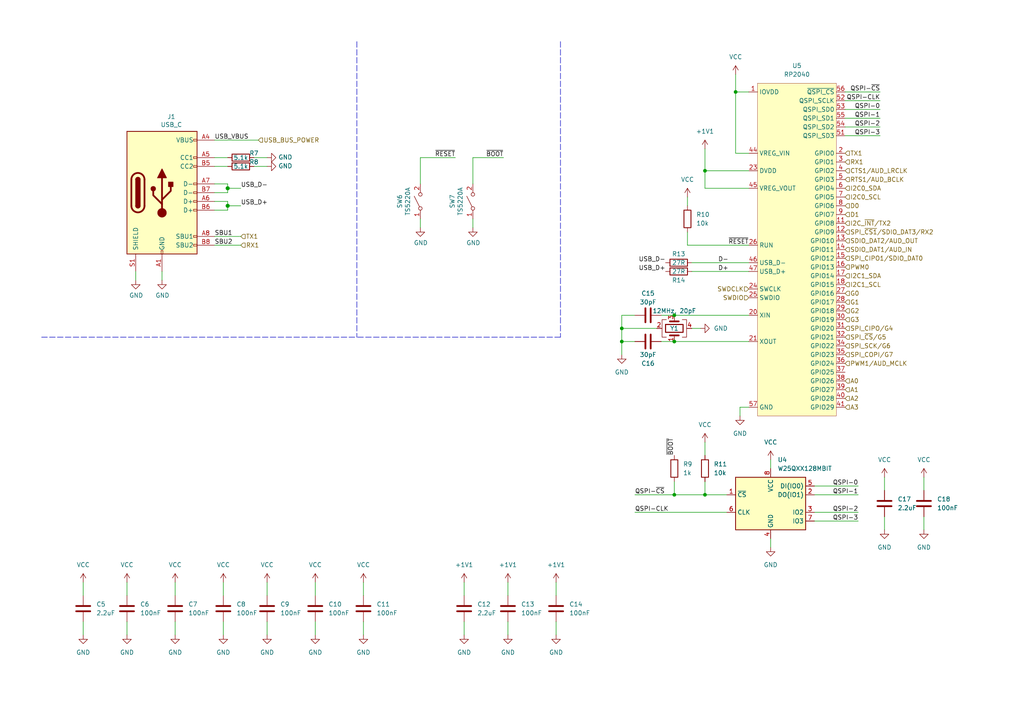
<source format=kicad_sch>
(kicad_sch (version 20241004) (generator "eeschema") (generator_version "8.99")
  (paper "A4")
  (title_block (title "RP2040 base circuit") (date "2023-06-04") (rev "1.1") (comment 1 "CC-BY-SA"))
  (lib_symbols
    (symbol "Device:C" (pin_numbers (hide yes)) (pin_names (offset 0.254))
      (property "Reference" "C" (at 0.635 2.54 0))
      (property "Value" "C" (at 0.635 -2.54 0))
      (symbol "C_0_1"
        (polyline (pts (xy -2.032 0.762) (xy 2.032 0.762)) (stroke (width 0.508)))
        (polyline (pts (xy -2.032 -0.762) (xy 2.032 -0.762)) (stroke (width 0.508)))
      )
      (symbol "C_1_1"
        (pin passive line (at 0 3.81 270) (length 2.794) (name "~") (number "1"))
        (pin passive line (at 0 -3.81 90) (length 2.794) (name "~") (number "2"))
      )
    )
    (symbol "Device:Crystal_GND24" (pin_names (offset 1.016) (hide yes))
      (property "Reference" "Y" (at 3.175 5.08 0))
      (property "Value" "Crystal_GND24" (at 3.175 3.175 0))
      (symbol "Crystal_GND24_0_1"
        (polyline (pts (xy -2.54 2.286) (xy -2.54 3.556) (xy 2.54 3.556) (xy 2.54 2.286)))
        (polyline (pts (xy -2.54 0) (xy -2.032 0)))
        (polyline (pts (xy -2.54 -2.286) (xy -2.54 -3.556) (xy 2.54 -3.556) (xy 2.54 -2.286)))
        (polyline (pts (xy -2.032 -1.27) (xy -2.032 1.27)) (stroke (width 0.508)))
        (rectangle (start -1.143 2.54) (end 1.143 -2.54) (stroke (width 0.3048)))
        (polyline (pts (xy 0 3.556) (xy 0 3.81)))
        (polyline (pts (xy 0 -3.81) (xy 0 -3.556)))
        (polyline (pts (xy 2.032 0) (xy 2.54 0)))
        (polyline (pts (xy 2.032 -1.27) (xy 2.032 1.27)) (stroke (width 0.508)))
      )
      (symbol "Crystal_GND24_1_1"
        (pin passive line (at -3.81 0 0) (length 1.27) (name "1") (number "1"))
        (pin passive line (at 0 5.08 270) (length 1.27) (name "2") (number "2"))
        (pin passive line (at 0 -5.08 90) (length 1.27) (name "4") (number "4"))
        (pin passive line (at 3.81 0 180) (length 1.27) (name "3") (number "3"))
      )
    )
    (symbol "Device:R" (pin_numbers (hide yes)) (pin_names (offset 0))
      (property "Reference" "R" (at 2.032 0 90))
      (property "Value" "R" (at 0 0 90))
      (symbol "R_0_1"
        (rectangle (start -1.016 -2.54) (end 1.016 2.54) (stroke (width 0.254)))
      )
      (symbol "R_1_1"
        (pin passive line (at 0 3.81 270) (length 1.27) (name "~") (number "1"))
        (pin passive line (at 0 -3.81 90) (length 1.27) (name "~") (number "2"))
      )
    )
    (symbol "MCU_RaspberryPi:RP2040"
      (property "Reference" "U" (at 11.43 1.27 0))
      (property "Value" "RP2040" (at 0 -97.79 0))
      (symbol "RP2040_0_0"
        (pin power_in line (at -13.97 -2.54 0) (length 2.54) (name "IOVDD") (number "1"))
        (pin passive line (at -13.97 -2.54 0) (length 2.54) (hide yes) (name "IOVDD") (number "10"))
        (pin bidirectional line (at 13.97 -20.32 180) (length 2.54) (name "GPIO0") (number "2"))
        (pin bidirectional line (at 13.97 -22.86 180) (length 2.54) (name "GPIO1") (number "3"))
        (pin bidirectional line (at 13.97 -25.4 180) (length 2.54) (name "GPIO2") (number "4"))
        (pin bidirectional line (at 13.97 -27.94 180) (length 2.54) (name "GPIO3") (number "5"))
        (pin bidirectional line (at 13.97 -30.48 180) (length 2.54) (name "GPIO4") (number "6"))
        (pin bidirectional line (at 13.97 -33.02 180) (length 2.54) (name "GPIO5") (number "7"))
        (pin bidirectional line (at 13.97 -35.56 180) (length 2.54) (name "GPIO6") (number "8"))
        (pin bidirectional line (at 13.97 -38.1 180) (length 2.54) (name "GPIO7") (number "9"))
        (pin bidirectional line (at 13.97 -40.64 180) (length 2.54) (name "GPIO8") (number "11"))
      )
      (symbol "RP2040_0_1"
        (rectangle (start -11.43 0) (end 11.43 -96.52) (stroke (width 0.001)) (fill (type background)))
      )
      (symbol "RP2040_1_1"
        (pin passive line (at -13.97 -2.54 0) (length 2.54) (hide yes) (name "IOVDD") (number "22"))
        (pin passive line (at -13.97 -2.54 0) (length 2.54) (hide yes) (name "IOVDD") (number "33"))
        (pin passive line (at -13.97 -2.54 0) (length 2.54) (hide yes) (name "IOVDD") (number "42"))
        (pin passive line (at -13.97 -2.54 0) (length 2.54) (hide yes) (name "ADC_AVDD") (number "43"))
        (pin passive line (at -13.97 -2.54 0) (length 2.54) (hide yes) (name "USB_VDD") (number "48"))
        (pin passive line (at -13.97 -2.54 0) (length 2.54) (hide yes) (name "IOVDD") (number "49"))
        (pin power_in line (at -13.97 -20.32 0) (length 2.54) (name "VREG_VIN") (number "44"))
        (pin power_in line (at -13.97 -25.4 0) (length 2.54) (name "DVDD") (number "23"))
        (pin passive line (at -13.97 -25.4 0) (length 2.54) (hide yes) (name "DVDD") (number "50"))
        (pin power_out line (at -13.97 -30.48 0) (length 2.54) (name "VREG_VOUT") (number "45"))
        (pin input line (at -13.97 -46.99 0) (length 2.54) (name "RUN") (number "26"))
        (pin bidirectional line (at -13.97 -52.07 0) (length 2.54) (name "USB_D-") (number "46"))
        (pin bidirectional line (at -13.97 -54.61 0) (length 2.54) (name "USB_D+") (number "47"))
        (pin input line (at -13.97 -59.69 0) (length 2.54) (name "SWCLK") (number "24"))
        (pin bidirectional line (at -13.97 -62.23 0) (length 2.54) (name "SWDIO") (number "25"))
        (pin input line (at -13.97 -67.31 0) (length 2.54) (name "XIN") (number "20"))
        (pin output line (at -13.97 -74.93 0) (length 2.54) (name "XOUT") (number "21"))
        (pin passive line (at -13.97 -93.98 0) (length 2.54) (hide yes) (name "TESTEN") (number "19"))
        (pin power_in line (at -13.97 -93.98 0) (length 2.54) (name "GND") (number "57"))
        (pin input line (at 13.97 -2.54 180) (length 2.54) (name "~{QSPI_CS}") (number "56"))
        (pin output line (at 13.97 -5.08 180) (length 2.54) (name "QSPI_SCLK") (number "52"))
        (pin bidirectional line (at 13.97 -7.62 180) (length 2.54) (name "QSPI_SD0") (number "53"))
        (pin bidirectional line (at 13.97 -10.16 180) (length 2.54) (name "QSPI_SD1") (number "55"))
        (pin bidirectional line (at 13.97 -12.7 180) (length 2.54) (name "QSPI_SD2") (number "54"))
        (pin bidirectional line (at 13.97 -15.24 180) (length 2.54) (name "QSPI_SD3") (number "51"))
        (pin bidirectional line (at 13.97 -43.18 180) (length 2.54) (name "GPIO9") (number "12"))
        (pin bidirectional line (at 13.97 -45.72 180) (length 2.54) (name "GPIO10") (number "13"))
        (pin bidirectional line (at 13.97 -48.26 180) (length 2.54) (name "GPIO11") (number "14"))
        (pin bidirectional line (at 13.97 -50.8 180) (length 2.54) (name "GPIO12") (number "15"))
        (pin bidirectional line (at 13.97 -53.34 180) (length 2.54) (name "GPIO13") (number "16"))
        (pin bidirectional line (at 13.97 -55.88 180) (length 2.54) (name "GPIO14") (number "17"))
        (pin bidirectional line (at 13.97 -58.42 180) (length 2.54) (name "GPIO15") (number "18"))
        (pin bidirectional line (at 13.97 -60.96 180) (length 2.54) (name "GPIO16") (number "27"))
        (pin bidirectional line (at 13.97 -63.5 180) (length 2.54) (name "GPIO17") (number "28"))
        (pin bidirectional line (at 13.97 -66.04 180) (length 2.54) (name "GPIO18") (number "29"))
        (pin bidirectional line (at 13.97 -68.58 180) (length 2.54) (name "GPIO19") (number "30"))
        (pin bidirectional line (at 13.97 -71.12 180) (length 2.54) (name "GPIO20") (number "31"))
        (pin bidirectional line (at 13.97 -73.66 180) (length 2.54) (name "GPIO21") (number "32"))
        (pin bidirectional line (at 13.97 -76.2 180) (length 2.54) (name "GPIO22") (number "34"))
        (pin bidirectional line (at 13.97 -78.74 180) (length 2.54) (name "GPIO23") (number "35"))
        (pin bidirectional line (at 13.97 -81.28 180) (length 2.54) (name "GPIO24") (number "36"))
        (pin bidirectional line (at 13.97 -83.82 180) (length 2.54) (name "GPIO25") (number "37"))
        (pin bidirectional line (at 13.97 -86.36 180) (length 2.54) (name "GPIO26") (number "38"))
        (pin bidirectional line (at 13.97 -88.9 180) (length 2.54) (name "GPIO27") (number "39"))
        (pin bidirectional line (at 13.97 -91.44 180) (length 2.54) (name "GPIO28") (number "40"))
        (pin bidirectional line (at 13.97 -93.98 180) (length 2.54) (name "GPIO29") (number "41"))
      )
    )
    (symbol "Memory_Flash:W25Q128JVS"
      (property "Reference" "U" (at -8.89 8.89 0))
      (property "Value" "W25Q128JVS" (at 7.62 8.89 0))
      (symbol "W25Q128JVS_0_1"
        (rectangle (start -10.16 7.62) (end 10.16 -7.62) (stroke (width 0.254)) (fill (type background)))
      )
      (symbol "W25Q128JVS_1_1"
        (pin input line (at -12.7 2.54 0) (length 2.54) (name "~{CS}") (number "1"))
        (pin input line (at -12.7 -2.54 0) (length 2.54) (name "CLK") (number "6"))
        (pin power_in line (at 0 10.16 270) (length 2.54) (name "VCC") (number "8"))
        (pin power_in line (at 0 -10.16 90) (length 2.54) (name "GND") (number "4"))
        (pin bidirectional line (at 12.7 5.08 180) (length 2.54) (name "DI(IO0)") (number "5"))
        (pin bidirectional line (at 12.7 2.54 180) (length 2.54) (name "DO(IO1)") (number "2"))
        (pin bidirectional line (at 12.7 -2.54 180) (length 2.54) (name "IO2") (number "3"))
        (pin bidirectional line (at 12.7 -5.08 180) (length 2.54) (name "IO3") (number "7"))
      )
    )
    (symbol "Switch:SW_SPST" (pin_names (offset 0) (hide yes))
      (property "Reference" "SW" (at 0 3.175 0))
      (property "Value" "SW_SPST" (at 0 -2.54 0))
      (symbol "SW_SPST_0_0"
        (circle (center -2.032 0) (radius 0.508))
        (polyline (pts (xy -1.524 0.254) (xy 1.524 1.778)))
        (circle (center 2.032 0) (radius 0.508))
      )
      (symbol "SW_SPST_1_1"
        (pin passive line (at -5.08 0 0) (length 2.54) (name "A") (number "1"))
        (pin passive line (at 5.08 0 180) (length 2.54) (name "B") (number "2"))
      )
    )
    (symbol "charliedistance-rescue:R-device" (pin_numbers (hide yes)) (pin_names (offset 0))
      (property "Reference" "R" (at 2.032 0 90))
      (property "Value" "R-device" (at 0 0 90))
      (symbol "R-device_0_1"
        (rectangle (start -1.016 -2.54) (end 1.016 2.54) (stroke (width 0.254)))
      )
      (symbol "R-device_1_1"
        (pin passive line (at 0 3.81 270) (length 1.27) (name "~") (number "1"))
        (pin passive line (at 0 -3.81 90) (length 1.27) (name "~") (number "2"))
      )
    )
    (symbol "charliedistance-rescue:USB_C_Receptacle_USB2.0-Connector" (pin_names (offset 1.016))
      (property "Reference" "J" (at -10.16 19.05 0))
      (property "Value" "USB_C_Receptacle_USB2.0-Connector" (at 19.05 19.05 0))
      (symbol "USB_C_Receptacle_USB2.0-Connector_0_0"
        (rectangle (start -0.254 -17.78) (end 0.254 -16.764))
        (rectangle (start 10.16 15.494) (end 9.144 14.986))
        (rectangle (start 10.16 10.414) (end 9.144 9.906))
        (rectangle (start 10.16 7.874) (end 9.144 7.366))
        (rectangle (start 10.16 2.794) (end 9.144 2.286))
        (rectangle (start 10.16 0.254) (end 9.144 -0.254))
        (rectangle (start 10.16 -2.286) (end 9.144 -2.794))
        (rectangle (start 10.16 -4.826) (end 9.144 -5.334))
        (rectangle (start 10.16 -12.446) (end 9.144 -12.954))
        (rectangle (start 10.16 -14.986) (end 9.144 -15.494))
      )
      (symbol "USB_C_Receptacle_USB2.0-Connector_0_1"
        (rectangle (start -10.16 17.78) (end 10.16 -17.78) (stroke (width 0.254)) (fill (type background)))
        (polyline (pts (xy -8.89 -3.81) (xy -8.89 3.81)) (stroke (width 0.508)))
        (rectangle (start -7.62 -3.81) (end -6.35 3.81) (stroke (width 0.254)) (fill (type outline)))
        (arc (start -7.62 3.81) (mid -6.985 4.4423) (end -6.35 3.81) (stroke (width 0.254)))
        (arc (start -7.62 3.81) (mid -6.985 4.4423) (end -6.35 3.81) (stroke (width 0.254)) (fill (type outline)))
        (arc (start -8.89 3.81) (mid -6.985 5.7067) (end -5.08 3.81) (stroke (width 0.508)))
        (arc (start -5.08 -3.81) (mid -6.985 -5.7067) (end -8.89 -3.81) (stroke (width 0.508)))
        (arc (start -6.35 -3.81) (mid -6.985 -4.4423) (end -7.62 -3.81) (stroke (width 0.254)) (fill (type outline)))
        (arc (start -6.35 -3.81) (mid -6.985 -4.4423) (end -7.62 -3.81) (stroke (width 0.254)))
        (polyline (pts (xy -5.08 3.81) (xy -5.08 -3.81)) (stroke (width 0.508)))
        (circle (center -2.54 1.143) (radius 0.635) (stroke (width 0.254)) (fill (type outline)))
        (polyline (pts (xy -1.27 4.318) (xy 0 6.858) (xy 1.27 4.318) (xy -1.27 4.318)) (stroke (width 0.254)) (fill (type outline)))
        (polyline (pts (xy 0 -2.032) (xy 2.54 0.508) (xy 2.54 1.778)) (stroke (width 0.508)))
        (polyline (pts (xy 0 -3.302) (xy -2.54 -0.762) (xy -2.54 0.508)) (stroke (width 0.508)))
        (circle (center 0 -5.842) (radius 1.27) (fill (type outline)))
        (polyline (pts (xy 0 -5.842) (xy 0 4.318)) (stroke (width 0.508)))
        (rectangle (start 1.905 1.778) (end 3.175 3.048) (stroke (width 0.254)) (fill (type outline)))
      )
      (symbol "USB_C_Receptacle_USB2.0-Connector_1_1"
        (pin passive line (at -7.62 -22.86 90) (length 5.08) (name "SHIELD") (number "S1"))
        (pin power_in line (at 0 -22.86 90) (length 5.08) (name "GND") (number "A1"))
        (pin passive line (at 0 -22.86 90) (length 5.08) (hide yes) (name "GND") (number "A12"))
        (pin passive line (at 0 -22.86 90) (length 5.08) (hide yes) (name "GND") (number "B1"))
        (pin passive line (at 0 -22.86 90) (length 5.08) (hide yes) (name "GND") (number "B12"))
        (pin power_in line (at 15.24 15.24 180) (length 5.08) (name "VBUS") (number "A4"))
        (pin passive line (at 15.24 15.24 180) (length 5.08) (hide yes) (name "VBUS") (number "A9"))
        (pin passive line (at 15.24 15.24 180) (length 5.08) (hide yes) (name "VBUS") (number "B4"))
        (pin passive line (at 15.24 15.24 180) (length 5.08) (hide yes) (name "VBUS") (number "B9"))
        (pin bidirectional line (at 15.24 10.16 180) (length 5.08) (name "CC1") (number "A5"))
        (pin bidirectional line (at 15.24 7.62 180) (length 5.08) (name "CC2") (number "B5"))
        (pin bidirectional line (at 15.24 2.54 180) (length 5.08) (name "D-") (number "A7"))
        (pin bidirectional line (at 15.24 0 180) (length 5.08) (name "D-") (number "B7"))
        (pin bidirectional line (at 15.24 -2.54 180) (length 5.08) (name "D+") (number "A6"))
        (pin bidirectional line (at 15.24 -5.08 180) (length 5.08) (name "D+") (number "B6"))
        (pin bidirectional line (at 15.24 -12.7 180) (length 5.08) (name "SBU1") (number "A8"))
        (pin bidirectional line (at 15.24 -15.24 180) (length 5.08) (name "SBU2") (number "B8"))
      )
    )
    (symbol "power:+1V1" (power) (pin_names (offset 0))
      (property "Value" "+1V1" (at 0 3.556 0))
      (symbol "+1V1_0_1"
        (polyline (pts (xy -0.762 1.27) (xy 0 2.54)))
        (polyline (pts (xy 0 2.54) (xy 0.762 1.27)))
        (polyline (pts (xy 0 0) (xy 0 2.54)))
      )
      (symbol "+1V1_1_1"
        (pin power_in line (at 0 0 90) (length 0) (hide yes) (name "+1V1") (number "1"))
      )
    )
    (symbol "power:GND" (power) (pin_names (offset 0))
      (property "Value" "GND" (at 0 -3.81 0))
      (symbol "GND_0_1"
        (polyline (pts (xy 0 0) (xy 0 -1.27) (xy 1.27 -1.27) (xy 0 -2.54) (xy -1.27 -1.27) (xy 0 -1.27)))
      )
      (symbol "GND_1_1"
        (pin power_in line (at 0 0 270) (length 0) (hide yes) (name "GND") (number "1"))
      )
    )
    (symbol "power:VCC" (power) (pin_names (offset 0))
      (property "Value" "VCC" (at 0 3.81 0))
      (symbol "VCC_0_1"
        (polyline (pts (xy -0.762 1.27) (xy 0 2.54)))
        (polyline (pts (xy 0 2.54) (xy 0.762 1.27)))
        (polyline (pts (xy 0 0) (xy 0 2.54)))
      )
      (symbol "VCC_1_1"
        (pin power_in line (at 0 0 90) (length 0) (hide yes) (name "VCC") (number "1"))
      )
    )
  )
  (junction (at 195.58 99.06))
  (junction (at 66.04 59.69) (diameter 1.016))
  (junction (at 195.58 143.51))
  (junction (at 180.34 99.06))
  (junction (at 180.34 95.25))
  (junction (at 204.47 49.53))
  (junction (at 213.36 26.67))
  (junction (at 195.58 91.44))
  (junction (at 66.04 54.61) (diameter 1.016))
  (junction (at 204.47 143.51))
  (wire (pts (xy 66.04 60.96) (xy 62.23 60.96)))
  (wire (pts (xy 256.54 149.86) (xy 256.54 153.67)))
  (wire (pts (xy 195.58 99.06) (xy 217.17 99.06)))
  (wire (pts (xy 161.29 168.91) (xy 161.29 172.72)))
  (wire (pts (xy 256.54 138.43) (xy 256.54 142.24)))
  (wire (pts (xy 147.32 180.34) (xy 147.32 184.15)))
  (wire (pts (xy 105.41 180.34) (xy 105.41 184.15)))
  (wire (pts (xy 223.52 133.35) (xy 223.52 135.89)))
  (wire (pts (xy 217.17 71.12) (xy 199.39 71.12)))
  (wire (pts (xy 184.15 143.51) (xy 195.58 143.51)))
  (wire (pts (xy 62.23 58.42) (xy 66.04 58.42)))
  (wire (pts (xy 217.17 44.45) (xy 213.36 44.45)))
  (wire (pts (xy 66.04 54.61) (xy 66.04 55.88)))
  (wire (pts (xy 213.36 21.59) (xy 213.36 26.67)))
  (wire (pts (xy 245.11 31.75) (xy 255.27 31.75)))
  (wire (pts (xy 62.23 68.58) (xy 69.85 68.58)))
  (wire (pts (xy 66.04 53.34) (xy 66.04 54.61)))
  (wire (pts (xy 62.23 53.34) (xy 66.04 53.34)))
  (wire (pts (xy 245.11 36.83) (xy 255.27 36.83)))
  (wire (pts (xy 50.8 168.91) (xy 50.8 172.72)))
  (wire (pts (xy 134.62 180.34) (xy 134.62 184.15)))
  (wire (pts (xy 199.39 57.15) (xy 199.39 59.69)))
  (wire (pts (xy 204.47 43.18) (xy 204.47 49.53)))
  (polyline (pts (xy 162.56 12.065) (xy 162.56 97.79)) (stroke (width 0) (type dash)))
  (wire (pts (xy 200.66 76.2) (xy 217.17 76.2)))
  (wire (pts (xy 134.62 168.91) (xy 134.62 172.72)))
  (wire (pts (xy 214.63 118.11) (xy 214.63 120.65)))
  (wire (pts (xy 180.34 99.06) (xy 180.34 102.87)))
  (wire (pts (xy 77.47 48.26) (xy 73.66 48.26)))
  (wire (pts (xy 210.82 148.59) (xy 184.15 148.59)))
  (wire (pts (xy 121.92 45.72) (xy 121.92 53.34)))
  (wire (pts (xy 137.16 63.5) (xy 137.16 66.04)))
  (wire (pts (xy 77.47 168.91) (xy 77.47 172.72)))
  (wire (pts (xy 210.82 143.51) (xy 204.47 143.51)))
  (wire (pts (xy 24.13 168.91) (xy 24.13 172.72)))
  (wire (pts (xy 184.15 99.06) (xy 180.34 99.06)))
  (wire (pts (xy 137.16 45.72) (xy 137.16 53.34)))
  (wire (pts (xy 236.22 143.51) (xy 248.92 143.51)))
  (wire (pts (xy 204.47 143.51) (xy 195.58 143.51)))
  (wire (pts (xy 91.44 168.91) (xy 91.44 172.72)))
  (wire (pts (xy 91.44 180.34) (xy 91.44 184.15)))
  (wire (pts (xy 217.17 54.61) (xy 204.47 54.61)))
  (wire (pts (xy 74.93 40.64) (xy 62.23 40.64)))
  (wire (pts (xy 223.52 156.21) (xy 223.52 158.75)))
  (wire (pts (xy 161.29 180.34) (xy 161.29 184.15)))
  (wire (pts (xy 180.34 95.25) (xy 190.5 95.25)))
  (wire (pts (xy 36.83 180.34) (xy 36.83 184.15)))
  (wire (pts (xy 62.23 71.12) (xy 69.85 71.12)))
  (wire (pts (xy 62.23 45.72) (xy 66.04 45.72)))
  (wire (pts (xy 245.11 26.67) (xy 255.27 26.67)))
  (wire (pts (xy 204.47 128.27) (xy 204.47 132.08)))
  (wire (pts (xy 236.22 148.59) (xy 248.92 148.59)))
  (wire (pts (xy 236.22 140.97) (xy 248.92 140.97)))
  (wire (pts (xy 66.04 58.42) (xy 66.04 59.69)))
  (wire (pts (xy 267.97 138.43) (xy 267.97 142.24)))
  (polyline (pts (xy 12.065 97.79) (xy 103.505 97.79)) (stroke (width 0) (type dash)))
  (wire (pts (xy 66.04 59.69) (xy 69.85 59.69)))
  (wire (pts (xy 180.34 95.25) (xy 180.34 99.06)))
  (wire (pts (xy 200.66 78.74) (xy 217.17 78.74)))
  (wire (pts (xy 64.77 168.91) (xy 64.77 172.72)))
  (wire (pts (xy 180.34 91.44) (xy 180.34 95.25)))
  (wire (pts (xy 217.17 118.11) (xy 214.63 118.11)))
  (wire (pts (xy 66.04 55.88) (xy 62.23 55.88)))
  (wire (pts (xy 64.77 180.34) (xy 64.77 184.15)))
  (wire (pts (xy 195.58 91.44) (xy 217.17 91.44)))
  (wire (pts (xy 147.32 168.91) (xy 147.32 172.72)))
  (wire (pts (xy 36.83 168.91) (xy 36.83 172.72)))
  (wire (pts (xy 66.04 59.69) (xy 66.04 60.96)))
  (wire (pts (xy 191.77 91.44) (xy 195.58 91.44)))
  (wire (pts (xy 267.97 149.86) (xy 267.97 153.67)))
  (wire (pts (xy 245.11 39.37) (xy 255.27 39.37)))
  (wire (pts (xy 204.47 139.7) (xy 204.47 143.51)))
  (wire (pts (xy 77.47 180.34) (xy 77.47 184.15)))
  (wire (pts (xy 73.66 45.72) (xy 77.47 45.72)))
  (wire (pts (xy 132.08 45.72) (xy 121.92 45.72)))
  (wire (pts (xy 46.99 78.74) (xy 46.99 81.28)))
  (wire (pts (xy 245.11 29.21) (xy 255.27 29.21)))
  (wire (pts (xy 24.13 180.34) (xy 24.13 184.15)))
  (wire (pts (xy 199.39 71.12) (xy 199.39 67.31)))
  (wire (pts (xy 137.16 45.72) (xy 146.05 45.72)))
  (wire (pts (xy 39.37 78.74) (xy 39.37 81.28)))
  (wire (pts (xy 62.23 48.26) (xy 66.04 48.26)))
  (wire (pts (xy 184.15 91.44) (xy 180.34 91.44)))
  (wire (pts (xy 121.92 63.5) (xy 121.92 66.04)))
  (wire (pts (xy 105.41 168.91) (xy 105.41 172.72)))
  (wire (pts (xy 217.17 26.67) (xy 213.36 26.67)))
  (wire (pts (xy 204.47 49.53) (xy 204.47 54.61)))
  (wire (pts (xy 200.66 95.25) (xy 203.2 95.25)))
  (polyline (pts (xy 162.56 97.79) (xy 103.505 97.79)) (stroke (width 0) (type dash)))
  (wire (pts (xy 204.47 49.53) (xy 217.17 49.53)))
  (wire (pts (xy 66.04 54.61) (xy 69.85 54.61)))
  (wire (pts (xy 213.36 44.45) (xy 213.36 26.67)))
  (wire (pts (xy 50.8 180.34) (xy 50.8 184.15)))
  (wire (pts (xy 245.11 34.29) (xy 255.27 34.29)))
  (wire (pts (xy 236.22 151.13) (xy 248.92 151.13)))
  (wire (pts (xy 195.58 139.7) (xy 195.58 143.51)))
  (polyline (pts (xy 103.505 12.065) (xy 103.505 97.79)) (stroke (width 0) (type dash)))
  (wire (pts (xy 191.77 99.06) (xy 195.58 99.06)))
  (label "QSPI-~{CS}" (at 255.27 26.67 180))
  (label "USB_D+" (at 193.04 78.74 180))
  (label "USB_VBUS" (at 62.23 40.64 0))
  (label "QSPI-1" (at 248.92 143.51 180))
  (label "USB_D+" (at 69.85 59.69 0))
  (label "QSPI-2" (at 248.92 148.59 180))
  (label "QSPI-3" (at 248.92 151.13 180))
  (label "~{BOOT}" (at 146.05 45.72 180))
  (label "QSPI-~{CS}" (at 184.15 143.51 0))
  (label "~{BOOT}" (at 195.58 132.08 90))
  (label "D+" (at 208.28 78.74 0))
  (label "QSPI-0" (at 248.92 140.97 180))
  (label "SBU2" (at 62.23 71.12 0))
  (label "QSPI-0" (at 255.27 31.75 180))
  (label "SBU1" (at 62.23 68.58 0))
  (label "~{RESET}" (at 132.08 45.72 180))
  (label "USB_D-" (at 69.85 54.61 0))
  (label "QSPI-2" (at 255.27 36.83 180))
  (label "D-" (at 208.28 76.2 0))
  (label "~{RESET}" (at 217.17 71.12 180))
  (label "QSPI-1" (at 255.27 34.29 180))
  (label "QSPI-3" (at 255.27 39.37 180))
  (label "QSPI-CLK" (at 184.15 148.59 0))
  (label "USB_D-" (at 193.04 76.2 180))
  (label "QSPI-CLK" (at 255.27 29.21 180))
  (hierarchical_label "D1" (shape input) (at 245.11 62.23 0))
  (hierarchical_label "SPI_SCK{slash}G6" (shape input) (at 245.11 100.33 0))
  (hierarchical_label "SPI_~{CS}{slash}G5" (shape input) (at 245.11 97.79 0))
  (hierarchical_label "TX1" (shape input) (at 245.11 44.45 0))
  (hierarchical_label "A3" (shape input) (at 245.11 118.11 0))
  (hierarchical_label "SPI_COPI{slash}G7" (shape input) (at 245.11 102.87 0))
  (hierarchical_label "D0" (shape input) (at 245.11 59.69 0))
  (hierarchical_label "I2C1_SDA" (shape input) (at 245.11 80.01 0))
  (hierarchical_label "I2C0_SCL" (shape input) (at 245.11 57.15 0))
  (hierarchical_label "RTS1{slash}AUD_BCLK" (shape input) (at 245.11 52.07 0))
  (hierarchical_label "USB_BUS_POWER" (shape input) (at 74.93 40.64 0))
  (hierarchical_label "A0" (shape input) (at 245.11 110.49 0))
  (hierarchical_label "SPI_CIPO1{slash}SDIO_DAT0" (shape input) (at 245.11 74.93 0))
  (hierarchical_label "I2C_~{INT}{slash}TX2" (shape input) (at 245.11 64.77 0))
  (hierarchical_label "A1" (shape input) (at 245.11 113.03 0))
  (hierarchical_label "PWM1{slash}AUD_MCLK" (shape input) (at 245.11 105.41 0))
  (hierarchical_label "G3" (shape input) (at 245.11 92.71 0))
  (hierarchical_label "SPI_CIPO{slash}G4" (shape input) (at 245.11 95.25 0))
  (hierarchical_label "TX1" (shape input) (at 69.85 68.58 0))
  (hierarchical_label "A2" (shape input) (at 245.11 115.57 0))
  (hierarchical_label "CTS1{slash}AUD_LRCLK" (shape input) (at 245.11 49.53 0))
  (hierarchical_label "SDIO_DAT1{slash}AUD_IN" (shape input) (at 245.11 72.39 0))
  (hierarchical_label "SDIO_DAT2{slash}AUD_OUT" (shape input) (at 245.11 69.85 0))
  (hierarchical_label "SPI_~{CS1}{slash}SDIO_DAT3{slash}RX2" (shape input) (at 245.11 67.31 0))
  (hierarchical_label "SWDIO" (shape input) (at 217.17 86.36 180))
  (hierarchical_label "RX1" (shape input) (at 69.85 71.12 0))
  (hierarchical_label "G1" (shape input) (at 245.11 87.63 0))
  (hierarchical_label "I2C0_SDA" (shape input) (at 245.11 54.61 0))
  (hierarchical_label "G0" (shape input) (at 245.11 85.09 0))
  (hierarchical_label "SWDCLK" (shape input) (at 217.17 83.82 180))
  (hierarchical_label "I2C1_SCL" (shape input) (at 245.11 82.55 0))
  (hierarchical_label "G2" (shape input) (at 245.11 90.17 0))
  (hierarchical_label "RX1" (shape input) (at 245.11 46.99 0))
  (hierarchical_label "PWM0" (shape input) (at 245.11 77.47 0))
  (symbol (lib_id "Switch:SW_SPST") (at 121.92 58.42 90) (unit 1)
    (property "Reference" "SW6" (at 115.951 58.42 0))
    (property "Value" "TS5220A" (at 118.2624 58.42 0))
    (property "Footprint" "Button_Switch_SMD:SW_SPST_TL3342" (effects (hide yes)))
    (instances (project "nfc_reader" (path "" (reference "SW6") (unit 1))) (project "nfc_reader" (path "" (reference "SW3") (unit 1))))
  )
  (symbol (lib_id "power:VCC") (at 24.13 168.91 0) (unit 1)
    (property "Reference" "#PWR0112" (effects (hide yes)))
    (property "Value" "VCC" (at 24.13 163.83 0))
    (instances (project "nfc_reader" (path "" (reference "#PWR0112") (unit 1))) (project "nfc_reader" (path "" (reference "#PWR019") (unit 1))))
  )
  (symbol (lib_id "Switch:SW_SPST") (at 137.16 58.42 90) (unit 1)
    (property "Reference" "SW7" (at 131.191 58.42 0))
    (property "Value" "TS5220A" (at 133.5024 58.42 0))
    (property "Footprint" "Button_Switch_SMD:SW_SPST_TL3342" (effects (hide yes)))
    (instances (project "nfc_reader" (path "" (reference "SW7") (unit 1))) (project "nfc_reader" (path "" (reference "SW4") (unit 1))))
  )
  (symbol (lib_id "power:GND") (at 24.13 184.15 0) (unit 1)
    (property "Reference" "#PWR022" (effects (hide yes)))
    (property "Value" "GND" (at 24.13 189.23 0))
    (instances (project "nfc_reader" (path "" (reference "#PWR022") (unit 1))) (project "nfc_reader" (path "" (reference "#PWR020") (unit 1))))
  )
  (symbol (lib_id "Device:C") (at 161.29 176.53 0) (unit 1)
    (property "Reference" "C14" (at 165.1 175.2599 0) (effects (justify left)))
    (property "Value" "100nF" (at 165.1 177.7999 0) (effects (justify left)))
    (property "Footprint" "Capacitor_SMD:C_0603_1608Metric" (effects (hide yes)))
    (instances (project "nfc_reader" (path "" (reference "C14") (unit 1))) (project "nfc_reader" (path "" (reference "C20") (unit 1))))
  )
  (symbol (lib_id "power:GND") (at 134.62 184.15 0) (unit 1)
    (property "Reference" "#PWR043" (effects (hide yes)))
    (property "Value" "GND" (at 134.62 189.23 0))
    (instances (project "nfc_reader" (path "" (reference "#PWR043") (unit 1))) (project "nfc_reader" (path "" (reference "#PWR039") (unit 1))))
  )
  (symbol (lib_id "Device:R") (at 199.39 63.5 0) (unit 1)
    (property "Reference" "R10" (at 201.93 62.2299 0) (effects (justify left)))
    (property "Value" "10k" (at 201.93 64.7699 0) (effects (justify left)))
    (property "Footprint" "Resistor_SMD:R_0603_1608Metric" (effects (hide yes)))
    (instances (project "nfc_reader" (path "" (reference "R10") (unit 1))) (project "nfc_reader" (path "" (reference "R16") (unit 1))))
  )
  (symbol (lib_id "Device:C") (at 24.13 176.53 0) (unit 1)
    (property "Reference" "C5" (at 27.94 175.2599 0) (effects (justify left)))
    (property "Value" "2.2uF" (at 27.94 177.7999 0) (effects (justify left)))
    (property "Footprint" "Capacitor_SMD:C_0603_1608Metric" (effects (hide yes)))
    (instances (project "nfc_reader" (path "" (reference "C5") (unit 1))) (project "nfc_reader" (path "" (reference "C11") (unit 1))))
  )
  (symbol (lib_id "power:VCC") (at 36.83 168.91 0) (unit 1)
    (property "Reference" "#PWR0113" (effects (hide yes)))
    (property "Value" "VCC" (at 36.83 163.83 0))
    (instances (project "nfc_reader" (path "" (reference "#PWR0113") (unit 1))) (project "nfc_reader" (path "" (reference "#PWR021") (unit 1))))
  )
  (symbol (lib_id "power:+1V1") (at 147.32 168.91 0) (unit 1)
    (property "Reference" "#PWR045" (effects (hide yes)))
    (property "Value" "+1V1" (at 147.32 163.83 0))
    (instances (project "nfc_reader" (path "" (reference "#PWR045") (unit 1))) (project "nfc_reader" (path "" (reference "#PWR041") (unit 1))))
  )
  (symbol (lib_id "power:VCC") (at 204.47 128.27 0) (unit 1)
    (property "Reference" "#PWR0103" (effects (hide yes)))
    (property "Value" "VCC" (at 204.47 123.19 0))
    (instances (project "nfc_reader" (path "" (reference "#PWR0103") (unit 1))) (project "nfc_reader" (path "" (reference "#PWR049") (unit 1))))
  )
  (symbol (lib_id "charliedistance-rescue:R-device") (at 69.85 48.26 270) (unit 1)
    (property "Reference" "R8" (at 73.66 46.99 90))
    (property "Value" "5.1k" (at 69.85 48.26 90))
    (property "Footprint" "Resistor_SMD:R_0603_1608Metric" (effects (hide yes)))
    (instances (project "nfc_reader" (path "" (reference "R8") (unit 1))) (project "nfc_reader" (path "" (reference "R12") (unit 1))))
  )
  (symbol (lib_id "power:GND") (at 137.16 66.04 0) (unit 1)
    (property "Reference" "#PWR044" (effects (hide yes)))
    (property "Value" "GND" (at 137.287 70.4342 0))
    (instances (project "nfc_reader" (path "" (reference "#PWR044") (unit 1))) (project "nfc_reader" (path "" (reference "#PWR040") (unit 1))))
  )
  (symbol (lib_id "Device:C") (at 105.41 176.53 0) (unit 1)
    (property "Reference" "C11" (at 109.22 175.2599 0) (effects (justify left)))
    (property "Value" "100nF" (at 109.22 177.7999 0) (effects (justify left)))
    (property "Footprint" "Capacitor_SMD:C_0603_1608Metric" (effects (hide yes)))
    (instances (project "nfc_reader" (path "" (reference "C11") (unit 1))) (project "nfc_reader" (path "" (reference "C17") (unit 1))))
  )
  (symbol (lib_id "power:+1V1") (at 161.29 168.91 0) (unit 1)
    (property "Reference" "#PWR047" (effects (hide yes)))
    (property "Value" "+1V1" (at 161.29 163.83 0))
    (instances (project "nfc_reader" (path "" (reference "#PWR047") (unit 1))) (project "nfc_reader" (path "" (reference "#PWR043") (unit 1))))
  )
  (symbol (lib_id "power:GND") (at 267.97 153.67 0) (unit 1)
    (property "Reference" "#PWR061" (effects (hide yes)))
    (property "Value" "GND" (at 267.97 158.75 0))
    (instances (project "nfc_reader" (path "" (reference "#PWR061") (unit 1))) (project "nfc_reader" (path "" (reference "#PWR057") (unit 1))))
  )
  (symbol (lib_id "power:VCC") (at 199.39 57.15 0) (unit 1)
    (property "Reference" "#PWR0101" (effects (hide yes)))
    (property "Value" "VCC" (at 199.39 52.07 0))
    (instances (project "nfc_reader" (path "" (reference "#PWR0101") (unit 1))) (project "nfc_reader" (path "" (reference "#PWR046") (unit 1))))
  )
  (symbol (lib_id "Device:R") (at 196.85 76.2 90) (unit 1)
    (property "Reference" "R13" (at 196.85 73.66 90))
    (property "Value" "27R" (at 196.85 76.2 90))
    (property "Footprint" "Resistor_SMD:R_0603_1608Metric" (effects (hide yes)))
    (instances (project "nfc_reader" (path "" (reference "R13") (unit 1))) (project "nfc_reader" (path "" (reference "R14") (unit 1))))
  )
  (symbol (lib_id "power:+1V1") (at 134.62 168.91 0) (unit 1)
    (property "Reference" "#PWR042" (effects (hide yes)))
    (property "Value" "+1V1" (at 134.62 163.83 0))
    (instances (project "nfc_reader" (path "" (reference "#PWR042") (unit 1))) (project "nfc_reader" (path "" (reference "#PWR038") (unit 1))))
  )
  (symbol (lib_id "power:VCC") (at 77.47 168.91 0) (unit 1)
    (property "Reference" "#PWR0108" (effects (hide yes)))
    (property "Value" "VCC" (at 77.47 163.83 0))
    (instances (project "nfc_reader" (path "" (reference "#PWR0108") (unit 1))) (project "nfc_reader" (path "" (reference "#PWR031") (unit 1))))
  )
  (symbol (lib_id "power:GND") (at 91.44 184.15 0) (unit 1)
    (property "Reference" "#PWR038" (effects (hide yes)))
    (property "Value" "GND" (at 91.44 189.23 0))
    (instances (project "nfc_reader" (path "" (reference "#PWR038") (unit 1))) (project "nfc_reader" (path "" (reference "#PWR034") (unit 1))))
  )
  (symbol (lib_id "charliedistance-rescue:USB_C_Receptacle_USB2.0-Connector") (at 46.99 55.88 0) (unit 1)
    (property "Reference" "J1" (at 49.7078 33.8582 0))
    (property "Value" "USB_C" (at 49.7078 36.1696 0))
    (property "Footprint" "Connector_USB:USB_C_Receptacle_XKB_U262-16XN-4BVC11" (effects (hide yes)))
    (property "Datasheet" "https://www.usb.org/sites/default/files/documents/usb_type-c.zip" (effects (hide yes)))
    (instances (project "nfc_reader" (path "" (reference "J1") (unit 1))) (project "nfc_reader" (path "" (reference "J3") (unit 1))))
  )
  (symbol (lib_id "power:GND") (at 214.63 120.65 0) (unit 1)
    (property "Reference" "#PWR055" (effects (hide yes)))
    (property "Value" "GND" (at 214.63 125.73 0))
    (instances (project "nfc_reader" (path "" (reference "#PWR055") (unit 1))) (project "nfc_reader" (path "" (reference "#PWR051") (unit 1))))
  )
  (symbol (lib_id "Device:C") (at 64.77 176.53 0) (unit 1)
    (property "Reference" "C8" (at 68.58 175.2599 0) (effects (justify left)))
    (property "Value" "100nF" (at 68.58 177.7999 0) (effects (justify left)))
    (property "Footprint" "Capacitor_SMD:C_0603_1608Metric" (effects (hide yes)))
    (instances (project "nfc_reader" (path "" (reference "C8") (unit 1))) (project "nfc_reader" (path "" (reference "C14") (unit 1))))
  )
  (symbol (lib_id "power:GND") (at 36.83 184.15 0) (unit 1)
    (property "Reference" "#PWR024" (effects (hide yes)))
    (property "Value" "GND" (at 36.83 189.23 0))
    (instances (project "nfc_reader" (path "" (reference "#PWR024") (unit 1))) (project "nfc_reader" (path "" (reference "#PWR022") (unit 1))))
  )
  (symbol (lib_id "Device:C") (at 187.96 91.44 90) (unit 1)
    (property "Reference" "C15" (at 187.96 85.09 90))
    (property "Value" "30pF" (at 187.96 87.63 90))
    (property "Footprint" "Capacitor_SMD:C_0603_1608Metric" (effects (hide yes)))
    (instances (project "nfc_reader" (path "" (reference "C15") (unit 1))) (project "nfc_reader" (path "" (reference "C21") (unit 1))))
  )
  (symbol (lib_id "Device:Crystal_GND24") (at 195.58 95.25 90) (unit 1)
    (property "Reference" "Y1" (at 195.58 95.25 90))
    (property "Value" "12MHz, 20pF" (at 195.58 90.17 90))
    (property "Footprint" "Crystal:Crystal_SMD_5032-4Pin_5.0x3.2mm" (effects (hide yes)))
  )
  (symbol (lib_id "Device:C") (at 267.97 146.05 0) (unit 1)
    (property "Reference" "C18" (at 271.78 144.7799 0) (effects (justify left)))
    (property "Value" "100nF" (at 271.78 147.3199 0) (effects (justify left)))
    (property "Footprint" "Capacitor_SMD:C_0603_1608Metric" (effects (hide yes)))
    (instances (project "nfc_reader" (path "" (reference "C18") (unit 1))) (project "nfc_reader" (path "" (reference "C24") (unit 1))))
  )
  (symbol (lib_id "power:GND") (at 77.47 45.72 90) (unit 1)
    (property "Reference" "#PWR033" (effects (hide yes)))
    (property "Value" "GND" (at 80.7212 45.593 90) (effects (justify right)))
    (instances (project "nfc_reader" (path "" (reference "#PWR033") (unit 1))) (project "nfc_reader" (path "" (reference "#PWR029") (unit 1))))
  )
  (symbol (lib_id "Device:C") (at 36.83 176.53 0) (unit 1)
    (property "Reference" "C6" (at 40.64 175.2599 0) (effects (justify left)))
    (property "Value" "100nF" (at 40.64 177.7999 0) (effects (justify left)))
    (property "Footprint" "Capacitor_SMD:C_0603_1608Metric" (effects (hide yes)))
    (instances (project "nfc_reader" (path "" (reference "C6") (unit 1))) (project "nfc_reader" (path "" (reference "C12") (unit 1))))
  )
  (symbol (lib_id "power:VCC") (at 105.41 168.91 0) (unit 1)
    (property "Reference" "#PWR0111" (effects (hide yes)))
    (property "Value" "VCC" (at 105.41 163.83 0))
    (instances (project "nfc_reader" (path "" (reference "#PWR0111") (unit 1))) (project "nfc_reader" (path "" (reference "#PWR035") (unit 1))))
  )
  (symbol (lib_id "power:GND") (at 256.54 153.67 0) (unit 1)
    (property "Reference" "#PWR059" (effects (hide yes)))
    (property "Value" "GND" (at 256.54 158.75 0))
    (instances (project "nfc_reader" (path "" (reference "#PWR059") (unit 1))) (project "nfc_reader" (path "" (reference "#PWR055") (unit 1))))
  )
  (symbol (lib_id "power:VCC") (at 91.44 168.91 0) (unit 1)
    (property "Reference" "#PWR0109" (effects (hide yes)))
    (property "Value" "VCC" (at 91.44 163.83 0))
    (instances (project "nfc_reader" (path "" (reference "#PWR0109") (unit 1))) (project "nfc_reader" (path "" (reference "#PWR033") (unit 1))))
  )
  (symbol (lib_id "power:GND") (at 50.8 184.15 0) (unit 1)
    (property "Reference" "#PWR028" (effects (hide yes)))
    (property "Value" "GND" (at 50.8 189.23 0))
    (instances (project "nfc_reader" (path "" (reference "#PWR028") (unit 1))) (project "nfc_reader" (path "" (reference "#PWR026") (unit 1))))
  )
  (symbol (lib_id "Memory_Flash:W25Q128JVS") (at 223.52 146.05 0) (unit 1)
    (property "Reference" "U4" (at 225.5394 133.35 0) (effects (justify left)))
    (property "Value" "W25QXX128MBIT" (at 225.5394 135.89 0) (effects (justify left)))
    (property "Footprint" "Package_SO:SOIC-8_5.23x5.23mm_P1.27mm" (effects (hide yes)))
    (property "Datasheet" "http://www.winbond.com/resource-files/w25q128jv_dtr%20revc%2003272018%20plus.pdf" (effects (hide yes)))
    (instances (project "nfc_reader" (path "" (reference "U4") (unit 1))) (project "nfc_reader" (path "" (reference "U3") (unit 1))))
  )
  (symbol (lib_id "power:VCC") (at 64.77 168.91 0) (unit 1)
    (property "Reference" "#PWR0107" (effects (hide yes)))
    (property "Value" "VCC" (at 64.77 163.83 0))
    (instances (project "nfc_reader" (path "" (reference "#PWR0107") (unit 1))) (project "nfc_reader" (path "" (reference "#PWR027") (unit 1))))
  )
  (symbol (lib_id "power:GND") (at 46.99 81.28 0) (unit 1)
    (property "Reference" "#PWR026" (effects (hide yes)))
    (property "Value" "GND" (at 47.117 85.6742 0))
    (instances (project "nfc_reader" (path "" (reference "#PWR026") (unit 1))) (project "nfc_reader" (path "" (reference "#PWR024") (unit 1))))
  )
  (symbol (lib_id "power:GND") (at 147.32 184.15 0) (unit 1)
    (property "Reference" "#PWR046" (effects (hide yes)))
    (property "Value" "GND" (at 147.32 189.23 0))
    (instances (project "nfc_reader" (path "" (reference "#PWR046") (unit 1))) (project "nfc_reader" (path "" (reference "#PWR042") (unit 1))))
  )
  (symbol (lib_id "power:VCC") (at 223.52 133.35 0) (unit 1)
    (property "Reference" "#PWR0104" (effects (hide yes)))
    (property "Value" "VCC" (at 223.52 128.27 0))
    (instances (project "nfc_reader" (path "" (reference "#PWR0104") (unit 1))) (project "nfc_reader" (path "" (reference "#PWR052") (unit 1))))
  )
  (symbol (lib_id "Device:C") (at 147.32 176.53 0) (unit 1)
    (property "Reference" "C13" (at 151.13 175.2599 0) (effects (justify left)))
    (property "Value" "100nF" (at 151.13 177.7999 0) (effects (justify left)))
    (property "Footprint" "Capacitor_SMD:C_0603_1608Metric" (effects (hide yes)))
    (instances (project "nfc_reader" (path "" (reference "C13") (unit 1))) (project "nfc_reader" (path "" (reference "C19") (unit 1))))
  )
  (symbol (lib_id "power:GND") (at 180.34 102.87 0) (unit 1)
    (property "Reference" "#PWR049" (effects (hide yes)))
    (property "Value" "GND" (at 180.34 107.95 0))
    (instances (project "nfc_reader" (path "" (reference "#PWR049") (unit 1))) (project "nfc_reader" (path "" (reference "#PWR045") (unit 1))))
  )
  (symbol (lib_id "power:GND") (at 105.41 184.15 0) (unit 1)
    (property "Reference" "#PWR040" (effects (hide yes)))
    (property "Value" "GND" (at 105.41 189.23 0))
    (instances (project "nfc_reader" (path "" (reference "#PWR040") (unit 1))) (project "nfc_reader" (path "" (reference "#PWR036") (unit 1))))
  )
  (symbol (lib_id "Device:R") (at 204.47 135.89 0) (unit 1)
    (property "Reference" "R11" (at 207.01 134.6199 0) (effects (justify left)))
    (property "Value" "10k" (at 207.01 137.1599 0) (effects (justify left)))
    (property "Footprint" "Resistor_SMD:R_0603_1608Metric" (effects (hide yes)))
    (instances (project "nfc_reader" (path "" (reference "R11") (unit 1))) (project "nfc_reader" (path "" (reference "R17") (unit 1))))
  )
  (symbol (lib_id "power:GND") (at 39.37 81.28 0) (unit 1)
    (property "Reference" "#PWR025" (effects (hide yes)))
    (property "Value" "GND" (at 39.497 85.6742 0))
    (instances (project "nfc_reader" (path "" (reference "#PWR025") (unit 1))) (project "nfc_reader" (path "" (reference "#PWR023") (unit 1))))
  )
  (symbol (lib_id "power:GND") (at 121.92 66.04 0) (unit 1)
    (property "Reference" "#PWR041" (effects (hide yes)))
    (property "Value" "GND" (at 122.047 70.4342 0))
    (instances (project "nfc_reader" (path "" (reference "#PWR041") (unit 1))) (project "nfc_reader" (path "" (reference "#PWR037") (unit 1))))
  )
  (symbol (lib_id "power:GND") (at 203.2 95.25 90) (unit 1)
    (property "Reference" "#PWR051" (effects (hide yes)))
    (property "Value" "GND" (at 207.01 95.2499 90) (effects (justify right)))
    (instances (project "nfc_reader" (path "" (reference "#PWR051") (unit 1))) (project "nfc_reader" (path "" (reference "#PWR047") (unit 1))))
  )
  (symbol (lib_id "Device:R") (at 195.58 135.89 0) (unit 1)
    (property "Reference" "R9" (at 198.12 134.6199 0) (effects (justify left)))
    (property "Value" "1k" (at 198.12 137.1599 0) (effects (justify left)))
    (property "Footprint" "Resistor_SMD:R_0603_1608Metric" (effects (hide yes)))
    (instances (project "nfc_reader" (path "" (reference "R9") (unit 1))) (project "nfc_reader" (path "" (reference "R13") (unit 1))))
  )
  (symbol (lib_id "power:GND") (at 223.52 158.75 0) (unit 1)
    (property "Reference" "#PWR057" (effects (hide yes)))
    (property "Value" "GND" (at 223.52 163.83 0))
    (instances (project "nfc_reader" (path "" (reference "#PWR057") (unit 1))) (project "nfc_reader" (path "" (reference "#PWR053") (unit 1))))
  )
  (symbol (lib_id "MCU_RaspberryPi:RP2040") (at 231.14 24.13 0) (unit 1)
    (property "Reference" "U5" (at 231.14 19.05 0))
    (property "Value" "RP2040" (at 231.14 21.59 0))
    (property "Footprint" "Package_DFN_QFN_Extra:QFN-56_EP_7x7_Pitch0.4mm" (effects (hide yes)))
    (property "Datasheet" "https://datasheets.raspberrypi.org/rp2040/rp2040_datasheet.pdf" (effects (hide yes)))
    (instances (project "nfc_reader" (path "" (reference "U5") (unit 1))) (project "nfc_reader" (path "" (reference "U4") (unit 1))))
  )
  (symbol (lib_id "power:VCC") (at 256.54 138.43 0) (unit 1)
    (property "Reference" "#PWR0105" (effects (hide yes)))
    (property "Value" "VCC" (at 256.54 133.35 0))
    (instances (project "nfc_reader" (path "" (reference "#PWR0105") (unit 1))) (project "nfc_reader" (path "" (reference "#PWR054") (unit 1))))
  )
  (symbol (lib_id "power:GND") (at 77.47 184.15 0) (unit 1)
    (property "Reference" "#PWR036" (effects (hide yes)))
    (property "Value" "GND" (at 77.47 189.23 0))
    (instances (project "nfc_reader" (path "" (reference "#PWR036") (unit 1))) (project "nfc_reader" (path "" (reference "#PWR032") (unit 1))))
  )
  (symbol (lib_id "power:GND") (at 77.47 48.26 90) (unit 1)
    (property "Reference" "#PWR034" (effects (hide yes)))
    (property "Value" "GND" (at 80.7212 48.133 90) (effects (justify right)))
    (instances (project "nfc_reader" (path "" (reference "#PWR034") (unit 1))) (project "nfc_reader" (path "" (reference "#PWR030") (unit 1))))
  )
  (symbol (lib_id "Device:C") (at 256.54 146.05 0) (unit 1)
    (property "Reference" "C17" (at 260.35 144.7799 0) (effects (justify left)))
    (property "Value" "2.2uF" (at 260.35 147.3199 0) (effects (justify left)))
    (property "Footprint" "Capacitor_SMD:C_0603_1608Metric" (effects (hide yes)))
    (instances (project "nfc_reader" (path "" (reference "C17") (unit 1))) (project "nfc_reader" (path "" (reference "C23") (unit 1))))
  )
  (symbol (lib_id "Device:C") (at 134.62 176.53 0) (unit 1)
    (property "Reference" "C12" (at 138.43 175.2599 0) (effects (justify left)))
    (property "Value" "2.2uF" (at 138.43 177.7999 0) (effects (justify left)))
    (property "Footprint" "Capacitor_SMD:C_0603_1608Metric" (effects (hide yes)))
    (instances (project "nfc_reader" (path "" (reference "C12") (unit 1))) (project "nfc_reader" (path "" (reference "C18") (unit 1))))
  )
  (symbol (lib_id "Device:R") (at 196.85 78.74 90) (unit 1)
    (property "Reference" "R14" (at 196.85 81.28 90))
    (property "Value" "27R" (at 196.85 78.74 90))
    (property "Footprint" "Resistor_SMD:R_0603_1608Metric" (effects (hide yes)))
    (instances (project "nfc_reader" (path "" (reference "R14") (unit 1))) (project "nfc_reader" (path "" (reference "R15") (unit 1))))
  )
  (symbol (lib_id "power:VCC") (at 50.8 168.91 0) (unit 1)
    (property "Reference" "#PWR0110" (effects (hide yes)))
    (property "Value" "VCC" (at 50.8 163.83 0))
    (instances (project "nfc_reader" (path "" (reference "#PWR0110") (unit 1))) (project "nfc_reader" (path "" (reference "#PWR025") (unit 1))))
  )
  (symbol (lib_id "power:VCC") (at 213.36 21.59 0) (unit 1)
    (property "Reference" "#PWR0102" (effects (hide yes)))
    (property "Value" "VCC" (at 213.36 16.51 0))
    (instances (project "nfc_reader" (path "" (reference "#PWR0102") (unit 1))) (project "nfc_reader" (path "" (reference "#PWR050") (unit 1))))
  )
  (symbol (lib_id "Device:C") (at 50.8 176.53 0) (unit 1)
    (property "Reference" "C7" (at 54.61 175.2599 0) (effects (justify left)))
    (property "Value" "100nF" (at 54.61 177.7999 0) (effects (justify left)))
    (property "Footprint" "Capacitor_SMD:C_0603_1608Metric" (effects (hide yes)))
    (instances (project "nfc_reader" (path "" (reference "C7") (unit 1))) (project "nfc_reader" (path "" (reference "C13") (unit 1))))
  )
  (symbol (lib_id "Device:C") (at 77.47 176.53 0) (unit 1)
    (property "Reference" "C9" (at 81.28 175.2599 0) (effects (justify left)))
    (property "Value" "100nF" (at 81.28 177.7999 0) (effects (justify left)))
    (property "Footprint" "Capacitor_SMD:C_0603_1608Metric" (effects (hide yes)))
    (instances (project "nfc_reader" (path "" (reference "C9") (unit 1))) (project "nfc_reader" (path "" (reference "C15") (unit 1))))
  )
  (symbol (lib_id "Device:C") (at 187.96 99.06 90) (unit 1)
    (property "Reference" "C16" (at 187.96 105.41 90))
    (property "Value" "30pF" (at 187.96 102.87 90))
    (property "Footprint" "Capacitor_SMD:C_0603_1608Metric" (effects (hide yes)))
    (instances (project "nfc_reader" (path "" (reference "C16") (unit 1))) (project "nfc_reader" (path "" (reference "C22") (unit 1))))
  )
  (symbol (lib_id "Device:C") (at 91.44 176.53 0) (unit 1)
    (property "Reference" "C10" (at 95.25 175.2599 0) (effects (justify left)))
    (property "Value" "100nF" (at 95.25 177.7999 0) (effects (justify left)))
    (property "Footprint" "Capacitor_SMD:C_0603_1608Metric" (effects (hide yes)))
    (instances (project "nfc_reader" (path "" (reference "C10") (unit 1))) (project "nfc_reader" (path "" (reference "C16") (unit 1))))
  )
  (symbol (lib_id "power:GND") (at 64.77 184.15 0) (unit 1)
    (property "Reference" "#PWR030" (effects (hide yes)))
    (property "Value" "GND" (at 64.77 189.23 0))
    (instances (project "nfc_reader" (path "" (reference "#PWR030") (unit 1))) (project "nfc_reader" (path "" (reference "#PWR028") (unit 1))))
  )
  (symbol (lib_id "power:GND") (at 161.29 184.15 0) (unit 1)
    (property "Reference" "#PWR048" (effects (hide yes)))
    (property "Value" "GND" (at 161.29 189.23 0))
    (instances (project "nfc_reader" (path "" (reference "#PWR048") (unit 1))) (project "nfc_reader" (path "" (reference "#PWR044") (unit 1))))
  )
  (symbol (lib_id "power:+1V1") (at 204.47 43.18 0) (unit 1)
    (property "Reference" "#PWR052" (effects (hide yes)))
    (property "Value" "+1V1" (at 204.47 38.1 0))
    (instances (project "nfc_reader" (path "" (reference "#PWR052") (unit 1))) (project "nfc_reader" (path "" (reference "#PWR048") (unit 1))))
  )
  (symbol (lib_id "charliedistance-rescue:R-device") (at 69.85 45.72 270) (unit 1)
    (property "Reference" "R7" (at 73.66 44.45 90))
    (property "Value" "5.1k" (at 69.85 45.72 90))
    (property "Footprint" "Resistor_SMD:R_0603_1608Metric" (effects (hide yes)))
    (instances (project "nfc_reader" (path "" (reference "R7") (unit 1))) (project "nfc_reader" (path "" (reference "R11") (unit 1))))
  )
  (symbol (lib_id "power:VCC") (at 267.97 138.43 0) (unit 1)
    (property "Reference" "#PWR0106" (effects (hide yes)))
    (property "Value" "VCC" (at 267.97 133.35 0))
    (instances (project "nfc_reader" (path "" (reference "#PWR0106") (unit 1))) (project "nfc_reader" (path "" (reference "#PWR056") (unit 1))))
  )
)
</source>
